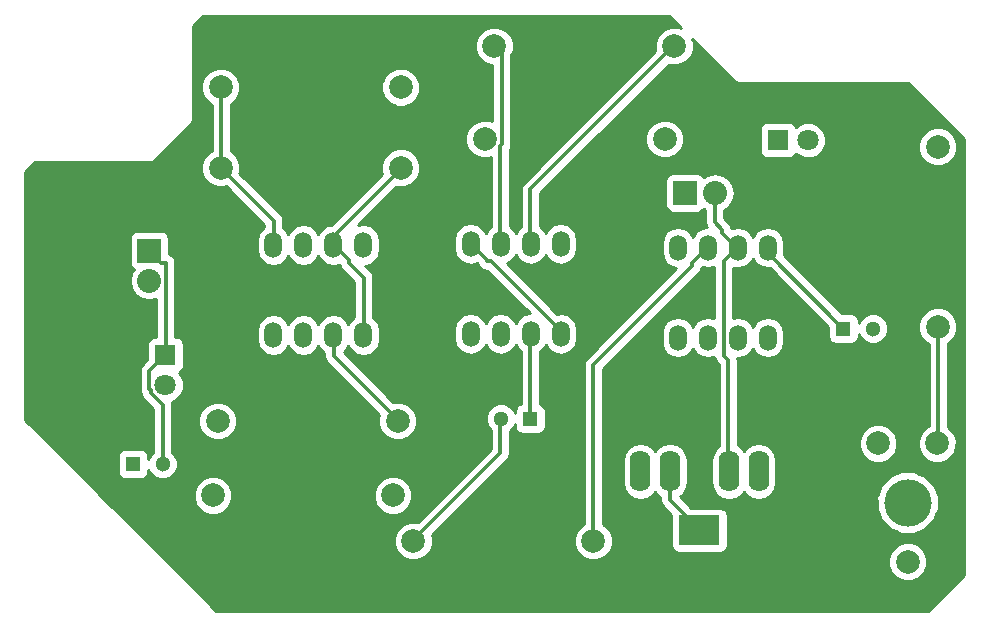
<source format=gbr>
G04 #@! TF.FileFunction,Copper,L1,Top,Signal*
%FSLAX46Y46*%
G04 Gerber Fmt 4.6, Leading zero omitted, Abs format (unit mm)*
G04 Created by KiCad (PCBNEW 4.0.7) date 06/25/18 20:53:05*
%MOMM*%
%LPD*%
G01*
G04 APERTURE LIST*
%ADD10C,0.100000*%
%ADD11R,1.300000X1.300000*%
%ADD12C,1.300000*%
%ADD13R,1.800000X1.800000*%
%ADD14C,1.800000*%
%ADD15R,2.032000X2.032000*%
%ADD16O,2.032000X2.032000*%
%ADD17R,3.500000X2.500000*%
%ADD18O,1.750000X3.500000*%
%ADD19C,1.998980*%
%ADD20C,4.000500*%
%ADD21O,1.501140X2.199640*%
%ADD22C,0.350000*%
%ADD23C,0.254000*%
G04 APERTURE END LIST*
D10*
D11*
X32918400Y-57302400D03*
D12*
X35418400Y-57302400D03*
D11*
X66548000Y-53441600D03*
D12*
X64048000Y-53441600D03*
D11*
X93065600Y-45821600D03*
D12*
X95565600Y-45821600D03*
D13*
X35661600Y-48056800D03*
D14*
X35661600Y-50596800D03*
D13*
X87528400Y-29870400D03*
D14*
X90068400Y-29870400D03*
D15*
X34290000Y-39217600D03*
D16*
X34290000Y-41757600D03*
D15*
X79654400Y-34340800D03*
D16*
X82194400Y-34340800D03*
D17*
X80873600Y-62911600D03*
D18*
X75873600Y-57905600D03*
X85873600Y-57905600D03*
X78373600Y-57905600D03*
X83373600Y-57905600D03*
D19*
X40335200Y-32207200D03*
X55575200Y-32207200D03*
X62687200Y-29768800D03*
X77927200Y-29768800D03*
X55321200Y-53644800D03*
X40081200Y-53644800D03*
X40335200Y-25400000D03*
X55575200Y-25400000D03*
X63500000Y-21894800D03*
X78740000Y-21894800D03*
X71882000Y-63804800D03*
X56642000Y-63804800D03*
X39674800Y-59944000D03*
X54914800Y-59944000D03*
X101041200Y-45669200D03*
X101041200Y-30429200D03*
X101000560Y-55552340D03*
X98501200Y-65554860D03*
X96001840Y-55552340D03*
D20*
X98501200Y-60553600D03*
D21*
X44805600Y-46380400D03*
X47345600Y-46380400D03*
X49885600Y-46380400D03*
X52425600Y-46380400D03*
X52425600Y-38760400D03*
X49885600Y-38760400D03*
X47345600Y-38760400D03*
X44805600Y-38760400D03*
X61489701Y-46266710D03*
X64029701Y-46266710D03*
X66569701Y-46266710D03*
X69109701Y-46266710D03*
X69109701Y-38646710D03*
X66569701Y-38646710D03*
X64029701Y-38646710D03*
X61489701Y-38646710D03*
X86664800Y-38963600D03*
X84124800Y-38963600D03*
X81584800Y-38963600D03*
X79044800Y-38963600D03*
X79044800Y-46583600D03*
X81584800Y-46583600D03*
X84124800Y-46583600D03*
X86664800Y-46583600D03*
D22*
X101000560Y-55552340D02*
X100965000Y-55499000D01*
X100965000Y-55499000D02*
X101092000Y-55372000D01*
X101092000Y-55372000D02*
X101092000Y-45720000D01*
X101092000Y-45720000D02*
X101041200Y-45669200D01*
X84124800Y-38963600D02*
X84074000Y-38989000D01*
X84074000Y-38989000D02*
X82931000Y-40132000D01*
X82931000Y-40132000D02*
X82931000Y-48133000D01*
X82931000Y-48133000D02*
X83312000Y-48514000D01*
X83312000Y-48514000D02*
X83312000Y-57912000D01*
X83312000Y-57912000D02*
X83373600Y-57905600D01*
X35661600Y-48056800D02*
X35687000Y-48006000D01*
X35687000Y-48006000D02*
X35687000Y-40259000D01*
X35687000Y-40259000D02*
X35306000Y-40259000D01*
X35306000Y-40259000D02*
X34290000Y-39243000D01*
X34290000Y-39243000D02*
X34290000Y-39217600D01*
X84124800Y-38963600D02*
X84074000Y-38989000D01*
X84074000Y-38989000D02*
X82804000Y-37719000D01*
X82804000Y-37719000D02*
X82804000Y-37465000D01*
X82804000Y-37465000D02*
X82169000Y-36830000D01*
X82169000Y-36830000D02*
X82169000Y-34290000D01*
X82169000Y-34290000D02*
X82194400Y-34340800D01*
X35661600Y-48056800D02*
X35687000Y-48006000D01*
X35687000Y-48006000D02*
X34290000Y-49403000D01*
X34290000Y-49403000D02*
X34290000Y-50927000D01*
X34290000Y-50927000D02*
X34417000Y-51054000D01*
X34417000Y-51054000D02*
X34417000Y-51308000D01*
X34417000Y-51308000D02*
X35433000Y-52324000D01*
X35433000Y-52324000D02*
X35433000Y-57277000D01*
X35433000Y-57277000D02*
X35418400Y-57302400D01*
X66548000Y-53441600D02*
X66548000Y-46228000D01*
X66548000Y-46228000D02*
X66569701Y-46266710D01*
X56642000Y-63804800D02*
X56642000Y-63754000D01*
X56642000Y-63754000D02*
X64008000Y-56388000D01*
X64008000Y-56388000D02*
X64008000Y-53467000D01*
X64008000Y-53467000D02*
X64048000Y-53441600D01*
X93065600Y-45821600D02*
X86614000Y-39370000D01*
X86614000Y-39370000D02*
X86614000Y-38989000D01*
X86614000Y-38989000D02*
X86664800Y-38963600D01*
X61489701Y-38646710D02*
X61468000Y-38608000D01*
X61468000Y-38608000D02*
X62865000Y-40005000D01*
X62865000Y-40005000D02*
X62865000Y-40132000D01*
X62865000Y-40132000D02*
X63246000Y-40132000D01*
X63246000Y-40132000D02*
X69088000Y-45974000D01*
X69088000Y-45974000D02*
X69088000Y-46228000D01*
X69088000Y-46228000D02*
X69109701Y-46266710D01*
X40335200Y-32207200D02*
X44831000Y-36703000D01*
X44831000Y-36703000D02*
X44831000Y-38735000D01*
X44831000Y-38735000D02*
X44805600Y-38760400D01*
X40335200Y-25400000D02*
X40386000Y-25400000D01*
X40386000Y-25400000D02*
X40386000Y-32258000D01*
X40386000Y-32258000D02*
X40335200Y-32207200D01*
X63500000Y-21894800D02*
X63500000Y-21844000D01*
X63500000Y-21844000D02*
X64135000Y-22479000D01*
X64135000Y-22479000D02*
X64135000Y-30226000D01*
X64135000Y-30226000D02*
X64008000Y-30353000D01*
X64008000Y-30353000D02*
X64008000Y-38608000D01*
X64008000Y-38608000D02*
X64029701Y-38646710D01*
X80873600Y-62911600D02*
X80899000Y-62865000D01*
X80899000Y-62865000D02*
X78359000Y-60325000D01*
X78359000Y-60325000D02*
X78359000Y-57912000D01*
X78359000Y-57912000D02*
X78373600Y-57905600D01*
X55575200Y-32207200D02*
X55499000Y-32385000D01*
X55499000Y-32385000D02*
X49911000Y-37973000D01*
X49911000Y-37973000D02*
X49911000Y-38735000D01*
X49911000Y-38735000D02*
X49885600Y-38760400D01*
X49885600Y-38760400D02*
X50038000Y-38862000D01*
X50038000Y-38862000D02*
X51181000Y-40005000D01*
X51181000Y-40005000D02*
X51181000Y-40259000D01*
X51181000Y-40259000D02*
X52451000Y-41529000D01*
X52451000Y-41529000D02*
X52451000Y-46355000D01*
X52451000Y-46355000D02*
X52425600Y-46380400D01*
X55321200Y-53644800D02*
X55245000Y-53467000D01*
X55245000Y-53467000D02*
X49911000Y-48133000D01*
X49911000Y-48133000D02*
X49911000Y-46355000D01*
X49911000Y-46355000D02*
X49885600Y-46380400D01*
X78740000Y-21894800D02*
X78740000Y-21844000D01*
X78740000Y-21844000D02*
X66548000Y-34036000D01*
X66548000Y-34036000D02*
X66548000Y-38608000D01*
X66548000Y-38608000D02*
X66569701Y-38646710D01*
X81584800Y-38963600D02*
X81534000Y-38989000D01*
X81534000Y-38989000D02*
X80264000Y-40259000D01*
X80264000Y-40259000D02*
X80264000Y-40513000D01*
X80264000Y-40513000D02*
X71882000Y-48895000D01*
X71882000Y-48895000D02*
X71882000Y-63804800D01*
D23*
G36*
X79295622Y-20355714D02*
X79066547Y-20260594D01*
X78416306Y-20260026D01*
X77815345Y-20508338D01*
X77355154Y-20967727D01*
X77105794Y-21568253D01*
X77105226Y-22218494D01*
X77138782Y-22299705D01*
X65975244Y-33463244D01*
X65799658Y-33726026D01*
X65738000Y-34036000D01*
X65738000Y-37184806D01*
X65589955Y-37283727D01*
X65299701Y-37718122D01*
X65009447Y-37283727D01*
X64818000Y-37155806D01*
X64818000Y-30633765D01*
X64883342Y-30535974D01*
X64945000Y-30226000D01*
X64945000Y-22677006D01*
X65134206Y-22221347D01*
X65134774Y-21571106D01*
X64886462Y-20970145D01*
X64427073Y-20509954D01*
X63826547Y-20260594D01*
X63176306Y-20260026D01*
X62575345Y-20508338D01*
X62115154Y-20967727D01*
X61865794Y-21568253D01*
X61865226Y-22218494D01*
X62113538Y-22819455D01*
X62572927Y-23279646D01*
X63173453Y-23529006D01*
X63325000Y-23529138D01*
X63325000Y-28263837D01*
X63013747Y-28134594D01*
X62363506Y-28134026D01*
X61762545Y-28382338D01*
X61302354Y-28841727D01*
X61052994Y-29442253D01*
X61052426Y-30092494D01*
X61300738Y-30693455D01*
X61760127Y-31153646D01*
X62360653Y-31403006D01*
X63010894Y-31403574D01*
X63198000Y-31326263D01*
X63198000Y-37184806D01*
X63049955Y-37283727D01*
X62759701Y-37718122D01*
X62469447Y-37283727D01*
X62019936Y-36983373D01*
X61489701Y-36877903D01*
X60959466Y-36983373D01*
X60509955Y-37283727D01*
X60209601Y-37733238D01*
X60104131Y-38263473D01*
X60104131Y-39029947D01*
X60209601Y-39560182D01*
X60509955Y-40009693D01*
X60959466Y-40310047D01*
X61489701Y-40415517D01*
X62019936Y-40310047D01*
X62022692Y-40308205D01*
X62106775Y-40392288D01*
X62116658Y-40441974D01*
X62292244Y-40704756D01*
X62555026Y-40880342D01*
X62865000Y-40942000D01*
X62910488Y-40942000D01*
X66483531Y-44515043D01*
X66039466Y-44603373D01*
X65589955Y-44903727D01*
X65299701Y-45338122D01*
X65009447Y-44903727D01*
X64559936Y-44603373D01*
X64029701Y-44497903D01*
X63499466Y-44603373D01*
X63049955Y-44903727D01*
X62759701Y-45338122D01*
X62469447Y-44903727D01*
X62019936Y-44603373D01*
X61489701Y-44497903D01*
X60959466Y-44603373D01*
X60509955Y-44903727D01*
X60209601Y-45353238D01*
X60104131Y-45883473D01*
X60104131Y-46649947D01*
X60209601Y-47180182D01*
X60509955Y-47629693D01*
X60959466Y-47930047D01*
X61489701Y-48035517D01*
X62019936Y-47930047D01*
X62469447Y-47629693D01*
X62759701Y-47195298D01*
X63049955Y-47629693D01*
X63499466Y-47930047D01*
X64029701Y-48035517D01*
X64559936Y-47930047D01*
X65009447Y-47629693D01*
X65299701Y-47195298D01*
X65589955Y-47629693D01*
X65738000Y-47728614D01*
X65738000Y-52174266D01*
X65662683Y-52188438D01*
X65446559Y-52327510D01*
X65301569Y-52539710D01*
X65250560Y-52791600D01*
X65250560Y-52987060D01*
X65138005Y-52714657D01*
X64776845Y-52352865D01*
X64304724Y-52156823D01*
X63793519Y-52156377D01*
X63321057Y-52351595D01*
X62959265Y-52712755D01*
X62763223Y-53184876D01*
X62762777Y-53696081D01*
X62957995Y-54168543D01*
X63198000Y-54408968D01*
X63198000Y-56052487D01*
X57047224Y-62203264D01*
X56968547Y-62170594D01*
X56318306Y-62170026D01*
X55717345Y-62418338D01*
X55257154Y-62877727D01*
X55007794Y-63478253D01*
X55007226Y-64128494D01*
X55255538Y-64729455D01*
X55714927Y-65189646D01*
X56315453Y-65439006D01*
X56965694Y-65439574D01*
X57566655Y-65191262D01*
X58026846Y-64731873D01*
X58276206Y-64131347D01*
X58276208Y-64128494D01*
X70247226Y-64128494D01*
X70495538Y-64729455D01*
X70954927Y-65189646D01*
X71555453Y-65439006D01*
X72205694Y-65439574D01*
X72806655Y-65191262D01*
X73266846Y-64731873D01*
X73516206Y-64131347D01*
X73516774Y-63481106D01*
X73268462Y-62880145D01*
X72809073Y-62419954D01*
X72692000Y-62371341D01*
X72692000Y-56983875D01*
X74363600Y-56983875D01*
X74363600Y-58827325D01*
X74478542Y-59405177D01*
X74805869Y-59895056D01*
X75295748Y-60222383D01*
X75873600Y-60337325D01*
X76451452Y-60222383D01*
X76941331Y-59895056D01*
X77123600Y-59622271D01*
X77305869Y-59895056D01*
X77549000Y-60057511D01*
X77549000Y-60325000D01*
X77610658Y-60634974D01*
X77766799Y-60868655D01*
X77786244Y-60897756D01*
X78488610Y-61600122D01*
X78476160Y-61661600D01*
X78476160Y-64161600D01*
X78520438Y-64396917D01*
X78659510Y-64613041D01*
X78871710Y-64758031D01*
X79123600Y-64809040D01*
X82623600Y-64809040D01*
X82858917Y-64764762D01*
X83075041Y-64625690D01*
X83220031Y-64413490D01*
X83271040Y-64161600D01*
X83271040Y-61661600D01*
X83226762Y-61426283D01*
X83087690Y-61210159D01*
X82875490Y-61065169D01*
X82623600Y-61014160D01*
X80193672Y-61014160D01*
X79221473Y-60041961D01*
X79441331Y-59895056D01*
X79768658Y-59405177D01*
X79883600Y-58827325D01*
X79883600Y-56983875D01*
X79768658Y-56406023D01*
X79441331Y-55916144D01*
X78951452Y-55588817D01*
X78373600Y-55473875D01*
X77795748Y-55588817D01*
X77305869Y-55916144D01*
X77123600Y-56188929D01*
X76941331Y-55916144D01*
X76451452Y-55588817D01*
X75873600Y-55473875D01*
X75295748Y-55588817D01*
X74805869Y-55916144D01*
X74478542Y-56406023D01*
X74363600Y-56983875D01*
X72692000Y-56983875D01*
X72692000Y-49230512D01*
X80836756Y-41085757D01*
X80973543Y-40881040D01*
X81012342Y-40822974D01*
X81051715Y-40625033D01*
X81054565Y-40626937D01*
X81584800Y-40732407D01*
X82115035Y-40626937D01*
X82121000Y-40622951D01*
X82121000Y-44924249D01*
X82115035Y-44920263D01*
X81584800Y-44814793D01*
X81054565Y-44920263D01*
X80605054Y-45220617D01*
X80393926Y-45536592D01*
X80353301Y-45586783D01*
X80347665Y-45605827D01*
X80314800Y-45655012D01*
X80281935Y-45605827D01*
X80276299Y-45586783D01*
X80235674Y-45536592D01*
X80024546Y-45220617D01*
X79575035Y-44920263D01*
X79044800Y-44814793D01*
X78514565Y-44920263D01*
X78065054Y-45220617D01*
X77853926Y-45536592D01*
X77813301Y-45586783D01*
X77807665Y-45605827D01*
X77764700Y-45670128D01*
X77715649Y-45916724D01*
X77659230Y-46107350D01*
X77659230Y-47059850D01*
X77715649Y-47250476D01*
X77764700Y-47497072D01*
X77807665Y-47561373D01*
X77813301Y-47580417D01*
X77853926Y-47630608D01*
X78065054Y-47946583D01*
X78514565Y-48246937D01*
X79044800Y-48352407D01*
X79575035Y-48246937D01*
X80024546Y-47946583D01*
X80235674Y-47630608D01*
X80276299Y-47580417D01*
X80281935Y-47561373D01*
X80314800Y-47512188D01*
X80347665Y-47561373D01*
X80353301Y-47580417D01*
X80393926Y-47630608D01*
X80605054Y-47946583D01*
X81054565Y-48246937D01*
X81584800Y-48352407D01*
X82115035Y-48246937D01*
X82140305Y-48230052D01*
X82182658Y-48442974D01*
X82282903Y-48593000D01*
X82358244Y-48705756D01*
X82502000Y-48849512D01*
X82502000Y-55785093D01*
X82305869Y-55916144D01*
X81978542Y-56406023D01*
X81863600Y-56983875D01*
X81863600Y-58827325D01*
X81978542Y-59405177D01*
X82305869Y-59895056D01*
X82795748Y-60222383D01*
X83373600Y-60337325D01*
X83951452Y-60222383D01*
X84441331Y-59895056D01*
X84623600Y-59622271D01*
X84805869Y-59895056D01*
X85295748Y-60222383D01*
X85873600Y-60337325D01*
X86451452Y-60222383D01*
X86708613Y-60050553D01*
X95861833Y-60050553D01*
X95865940Y-60563025D01*
X95865493Y-61075484D01*
X95870138Y-61086725D01*
X95870235Y-61098887D01*
X96255251Y-62028397D01*
X96260528Y-62031539D01*
X96265841Y-62044399D01*
X97006502Y-62786354D01*
X97022501Y-62792997D01*
X97026403Y-62799549D01*
X97501436Y-62991869D01*
X97974717Y-63188392D01*
X97986879Y-63188403D01*
X97998153Y-63192967D01*
X98510625Y-63188860D01*
X99023084Y-63189307D01*
X99034325Y-63184662D01*
X99046487Y-63184565D01*
X99975997Y-62799549D01*
X99979139Y-62794272D01*
X99991999Y-62788959D01*
X100733954Y-62048298D01*
X100740597Y-62032299D01*
X100747149Y-62028397D01*
X100939469Y-61553364D01*
X101135992Y-61080083D01*
X101136003Y-61067921D01*
X101140567Y-61056647D01*
X101136460Y-60544175D01*
X101136907Y-60031716D01*
X101132262Y-60020475D01*
X101132165Y-60008313D01*
X100747149Y-59078803D01*
X100741872Y-59075661D01*
X100736559Y-59062801D01*
X99995898Y-58320846D01*
X99979899Y-58314203D01*
X99975997Y-58307651D01*
X99500964Y-58115331D01*
X99027683Y-57918808D01*
X99015521Y-57918797D01*
X99004247Y-57914233D01*
X98491775Y-57918340D01*
X97979316Y-57917893D01*
X97968075Y-57922538D01*
X97955913Y-57922635D01*
X97026403Y-58307651D01*
X97023261Y-58312928D01*
X97010401Y-58318241D01*
X96268446Y-59058902D01*
X96261803Y-59074901D01*
X96255251Y-59078803D01*
X96062931Y-59553836D01*
X95866408Y-60027117D01*
X95866397Y-60039279D01*
X95861833Y-60050553D01*
X86708613Y-60050553D01*
X86941331Y-59895056D01*
X87268658Y-59405177D01*
X87383600Y-58827325D01*
X87383600Y-56983875D01*
X87268658Y-56406023D01*
X86941331Y-55916144D01*
X86881303Y-55876034D01*
X94367066Y-55876034D01*
X94615378Y-56476995D01*
X95074767Y-56937186D01*
X95675293Y-57186546D01*
X96325534Y-57187114D01*
X96926495Y-56938802D01*
X97386686Y-56479413D01*
X97636046Y-55878887D01*
X97636048Y-55876034D01*
X99365786Y-55876034D01*
X99614098Y-56476995D01*
X100073487Y-56937186D01*
X100674013Y-57186546D01*
X101324254Y-57187114D01*
X101925215Y-56938802D01*
X102385406Y-56479413D01*
X102634766Y-55878887D01*
X102635334Y-55228646D01*
X102387022Y-54627685D01*
X101927633Y-54167494D01*
X101902000Y-54156850D01*
X101902000Y-47082046D01*
X101965855Y-47055662D01*
X102426046Y-46596273D01*
X102675406Y-45995747D01*
X102675974Y-45345506D01*
X102427662Y-44744545D01*
X101968273Y-44284354D01*
X101367747Y-44034994D01*
X100717506Y-44034426D01*
X100116545Y-44282738D01*
X99656354Y-44742127D01*
X99406994Y-45342653D01*
X99406426Y-45992894D01*
X99654738Y-46593855D01*
X100114127Y-47054046D01*
X100282000Y-47123753D01*
X100282000Y-54080721D01*
X100075905Y-54165878D01*
X99615714Y-54625267D01*
X99366354Y-55225793D01*
X99365786Y-55876034D01*
X97636048Y-55876034D01*
X97636614Y-55228646D01*
X97388302Y-54627685D01*
X96928913Y-54167494D01*
X96328387Y-53918134D01*
X95678146Y-53917566D01*
X95077185Y-54165878D01*
X94616994Y-54625267D01*
X94367634Y-55225793D01*
X94367066Y-55876034D01*
X86881303Y-55876034D01*
X86451452Y-55588817D01*
X85873600Y-55473875D01*
X85295748Y-55588817D01*
X84805869Y-55916144D01*
X84623600Y-56188929D01*
X84441331Y-55916144D01*
X84122000Y-55702774D01*
X84122000Y-48514000D01*
X84088417Y-48345170D01*
X84124800Y-48352407D01*
X84655035Y-48246937D01*
X85104546Y-47946583D01*
X85315674Y-47630608D01*
X85356299Y-47580417D01*
X85361935Y-47561373D01*
X85394800Y-47512188D01*
X85685054Y-47946583D01*
X86134565Y-48246937D01*
X86664800Y-48352407D01*
X87195035Y-48246937D01*
X87644546Y-47946583D01*
X87944900Y-47497072D01*
X88050370Y-46966837D01*
X88050370Y-46200363D01*
X87944900Y-45670128D01*
X87644546Y-45220617D01*
X87195035Y-44920263D01*
X86664800Y-44814793D01*
X86134565Y-44920263D01*
X85685054Y-45220617D01*
X85394800Y-45655012D01*
X85361935Y-45605827D01*
X85356299Y-45586783D01*
X85315674Y-45536592D01*
X85104546Y-45220617D01*
X84655035Y-44920263D01*
X84124800Y-44814793D01*
X83741000Y-44891135D01*
X83741000Y-40656065D01*
X84124800Y-40732407D01*
X84655035Y-40626937D01*
X85104546Y-40326583D01*
X85394800Y-39892188D01*
X85685054Y-40326583D01*
X86134565Y-40626937D01*
X86664800Y-40732407D01*
X86803338Y-40704850D01*
X91768160Y-45669673D01*
X91768160Y-46471600D01*
X91812438Y-46706917D01*
X91951510Y-46923041D01*
X92163710Y-47068031D01*
X92415600Y-47119040D01*
X93715600Y-47119040D01*
X93950917Y-47074762D01*
X94167041Y-46935690D01*
X94312031Y-46723490D01*
X94363040Y-46471600D01*
X94363040Y-46276140D01*
X94475595Y-46548543D01*
X94836755Y-46910335D01*
X95308876Y-47106377D01*
X95820081Y-47106823D01*
X96292543Y-46911605D01*
X96654335Y-46550445D01*
X96850377Y-46078324D01*
X96850823Y-45567119D01*
X96655605Y-45094657D01*
X96294445Y-44732865D01*
X95822324Y-44536823D01*
X95311119Y-44536377D01*
X94838657Y-44731595D01*
X94476865Y-45092755D01*
X94363040Y-45366876D01*
X94363040Y-45171600D01*
X94318762Y-44936283D01*
X94179690Y-44720159D01*
X93967490Y-44575169D01*
X93715600Y-44524160D01*
X92913673Y-44524160D01*
X87998271Y-39608759D01*
X88050370Y-39346837D01*
X88050370Y-38580363D01*
X87944900Y-38050128D01*
X87644546Y-37600617D01*
X87195035Y-37300263D01*
X86664800Y-37194793D01*
X86134565Y-37300263D01*
X85685054Y-37600617D01*
X85394800Y-38035012D01*
X85104546Y-37600617D01*
X84655035Y-37300263D01*
X84124800Y-37194793D01*
X83594565Y-37300263D01*
X83582796Y-37308127D01*
X83552343Y-37155027D01*
X83376757Y-36892244D01*
X82979000Y-36494488D01*
X82979000Y-35785646D01*
X83394178Y-35508233D01*
X83752070Y-34972610D01*
X83877745Y-34340800D01*
X83752070Y-33708990D01*
X83394178Y-33173367D01*
X82858555Y-32815475D01*
X82226745Y-32689800D01*
X82162055Y-32689800D01*
X81530245Y-32815475D01*
X81227438Y-33017804D01*
X81134490Y-32873359D01*
X80922290Y-32728369D01*
X80670400Y-32677360D01*
X78638400Y-32677360D01*
X78403083Y-32721638D01*
X78186959Y-32860710D01*
X78041969Y-33072910D01*
X77990960Y-33324800D01*
X77990960Y-35356800D01*
X78035238Y-35592117D01*
X78174310Y-35808241D01*
X78386510Y-35953231D01*
X78638400Y-36004240D01*
X80670400Y-36004240D01*
X80905717Y-35959962D01*
X81121841Y-35820890D01*
X81228633Y-35664594D01*
X81359000Y-35751703D01*
X81359000Y-36830000D01*
X81420658Y-37139974D01*
X81472246Y-37217181D01*
X81054565Y-37300263D01*
X80605054Y-37600617D01*
X80314800Y-38035012D01*
X80024546Y-37600617D01*
X79575035Y-37300263D01*
X79044800Y-37194793D01*
X78514565Y-37300263D01*
X78065054Y-37600617D01*
X77764700Y-38050128D01*
X77659230Y-38580363D01*
X77659230Y-39346837D01*
X77764700Y-39877072D01*
X78065054Y-40326583D01*
X78514565Y-40626937D01*
X78923257Y-40708231D01*
X71309244Y-48322244D01*
X71133658Y-48585026D01*
X71072000Y-48895000D01*
X71072000Y-62370964D01*
X70957345Y-62418338D01*
X70497154Y-62877727D01*
X70247794Y-63478253D01*
X70247226Y-64128494D01*
X58276208Y-64128494D01*
X58276774Y-63481106D01*
X58213512Y-63328000D01*
X64580756Y-56960757D01*
X64668549Y-56829365D01*
X64756342Y-56697974D01*
X64818000Y-56388000D01*
X64818000Y-54488623D01*
X65136735Y-54170445D01*
X65250560Y-53896324D01*
X65250560Y-54091600D01*
X65294838Y-54326917D01*
X65433910Y-54543041D01*
X65646110Y-54688031D01*
X65898000Y-54739040D01*
X67198000Y-54739040D01*
X67433317Y-54694762D01*
X67649441Y-54555690D01*
X67794431Y-54343490D01*
X67845440Y-54091600D01*
X67845440Y-52791600D01*
X67801162Y-52556283D01*
X67662090Y-52340159D01*
X67449890Y-52195169D01*
X67358000Y-52176561D01*
X67358000Y-47757614D01*
X67549447Y-47629693D01*
X67839701Y-47195298D01*
X68129955Y-47629693D01*
X68579466Y-47930047D01*
X69109701Y-48035517D01*
X69639936Y-47930047D01*
X70089447Y-47629693D01*
X70389801Y-47180182D01*
X70495271Y-46649947D01*
X70495271Y-45883473D01*
X70389801Y-45353238D01*
X70089447Y-44903727D01*
X69639936Y-44603373D01*
X69109701Y-44497903D01*
X68815864Y-44556351D01*
X64565705Y-40306193D01*
X65009447Y-40009693D01*
X65299701Y-39575298D01*
X65589955Y-40009693D01*
X66039466Y-40310047D01*
X66569701Y-40415517D01*
X67099936Y-40310047D01*
X67549447Y-40009693D01*
X67839701Y-39575298D01*
X67872566Y-39624483D01*
X67878202Y-39643527D01*
X67918827Y-39693718D01*
X68129955Y-40009693D01*
X68579466Y-40310047D01*
X69109701Y-40415517D01*
X69639936Y-40310047D01*
X70089447Y-40009693D01*
X70300575Y-39693718D01*
X70341200Y-39643527D01*
X70346836Y-39624483D01*
X70389801Y-39560182D01*
X70438852Y-39313586D01*
X70495271Y-39122960D01*
X70495271Y-38170460D01*
X70438852Y-37979834D01*
X70389801Y-37733238D01*
X70346836Y-37668937D01*
X70341200Y-37649893D01*
X70300575Y-37599702D01*
X70089447Y-37283727D01*
X69639936Y-36983373D01*
X69109701Y-36877903D01*
X68579466Y-36983373D01*
X68129955Y-37283727D01*
X67918827Y-37599702D01*
X67878202Y-37649893D01*
X67872566Y-37668937D01*
X67839701Y-37718122D01*
X67549447Y-37283727D01*
X67358000Y-37155806D01*
X67358000Y-34371512D01*
X71637018Y-30092494D01*
X76292426Y-30092494D01*
X76540738Y-30693455D01*
X77000127Y-31153646D01*
X77600653Y-31403006D01*
X78250894Y-31403574D01*
X78851855Y-31155262D01*
X79312046Y-30695873D01*
X79561406Y-30095347D01*
X79561974Y-29445106D01*
X79365830Y-28970400D01*
X85980960Y-28970400D01*
X85980960Y-30770400D01*
X86025238Y-31005717D01*
X86164310Y-31221841D01*
X86376510Y-31366831D01*
X86628400Y-31417840D01*
X88428400Y-31417840D01*
X88663717Y-31373562D01*
X88879841Y-31234490D01*
X89024831Y-31022290D01*
X89028967Y-31001866D01*
X89197757Y-31170951D01*
X89761730Y-31405133D01*
X90372391Y-31405665D01*
X90936771Y-31172468D01*
X91357079Y-30752894D01*
X99406426Y-30752894D01*
X99654738Y-31353855D01*
X100114127Y-31814046D01*
X100714653Y-32063406D01*
X101364894Y-32063974D01*
X101965855Y-31815662D01*
X102426046Y-31356273D01*
X102675406Y-30755747D01*
X102675974Y-30105506D01*
X102427662Y-29504545D01*
X101968273Y-29044354D01*
X101367747Y-28794994D01*
X100717506Y-28794426D01*
X100116545Y-29042738D01*
X99656354Y-29502127D01*
X99406994Y-30102653D01*
X99406426Y-30752894D01*
X91357079Y-30752894D01*
X91368951Y-30741043D01*
X91603133Y-30177070D01*
X91603665Y-29566409D01*
X91370468Y-29002029D01*
X90939043Y-28569849D01*
X90375070Y-28335667D01*
X89764409Y-28335135D01*
X89200029Y-28568332D01*
X89031787Y-28736280D01*
X89031562Y-28735083D01*
X88892490Y-28518959D01*
X88680290Y-28373969D01*
X88428400Y-28322960D01*
X86628400Y-28322960D01*
X86393083Y-28367238D01*
X86176959Y-28506310D01*
X86031969Y-28718510D01*
X85980960Y-28970400D01*
X79365830Y-28970400D01*
X79313662Y-28844145D01*
X78854273Y-28383954D01*
X78253747Y-28134594D01*
X77603506Y-28134026D01*
X77002545Y-28382338D01*
X76542354Y-28841727D01*
X76292994Y-29442253D01*
X76292426Y-30092494D01*
X71637018Y-30092494D01*
X78262986Y-23466527D01*
X78413453Y-23529006D01*
X79063694Y-23529574D01*
X79664655Y-23281262D01*
X80124846Y-22821873D01*
X80374206Y-22221347D01*
X80374774Y-21571106D01*
X80278843Y-21338935D01*
X83724354Y-24784446D01*
X83954695Y-24938354D01*
X84226400Y-24992400D01*
X98511908Y-24992400D01*
X103277600Y-29758092D01*
X103277600Y-66660308D01*
X100239108Y-69698800D01*
X39918092Y-69698800D01*
X36097846Y-65878554D01*
X96866426Y-65878554D01*
X97114738Y-66479515D01*
X97574127Y-66939706D01*
X98174653Y-67189066D01*
X98824894Y-67189634D01*
X99425855Y-66941322D01*
X99886046Y-66481933D01*
X100135406Y-65881407D01*
X100135974Y-65231166D01*
X99887662Y-64630205D01*
X99428273Y-64170014D01*
X98827747Y-63920654D01*
X98177506Y-63920086D01*
X97576545Y-64168398D01*
X97116354Y-64627787D01*
X96866994Y-65228313D01*
X96866426Y-65878554D01*
X36097846Y-65878554D01*
X30486986Y-60267694D01*
X38040026Y-60267694D01*
X38288338Y-60868655D01*
X38747727Y-61328846D01*
X39348253Y-61578206D01*
X39998494Y-61578774D01*
X40599455Y-61330462D01*
X41059646Y-60871073D01*
X41309006Y-60270547D01*
X41309008Y-60267694D01*
X53280026Y-60267694D01*
X53528338Y-60868655D01*
X53987727Y-61328846D01*
X54588253Y-61578206D01*
X55238494Y-61578774D01*
X55839455Y-61330462D01*
X56299646Y-60871073D01*
X56549006Y-60270547D01*
X56549574Y-59620306D01*
X56301262Y-59019345D01*
X55841873Y-58559154D01*
X55241347Y-58309794D01*
X54591106Y-58309226D01*
X53990145Y-58557538D01*
X53529954Y-59016927D01*
X53280594Y-59617453D01*
X53280026Y-60267694D01*
X41309008Y-60267694D01*
X41309574Y-59620306D01*
X41061262Y-59019345D01*
X40601873Y-58559154D01*
X40001347Y-58309794D01*
X39351106Y-58309226D01*
X38750145Y-58557538D01*
X38289954Y-59016927D01*
X38040594Y-59617453D01*
X38040026Y-60267694D01*
X30486986Y-60267694D01*
X26871692Y-56652400D01*
X31620960Y-56652400D01*
X31620960Y-57952400D01*
X31665238Y-58187717D01*
X31804310Y-58403841D01*
X32016510Y-58548831D01*
X32268400Y-58599840D01*
X33568400Y-58599840D01*
X33803717Y-58555562D01*
X34019841Y-58416490D01*
X34164831Y-58204290D01*
X34215840Y-57952400D01*
X34215840Y-57756940D01*
X34328395Y-58029343D01*
X34689555Y-58391135D01*
X35161676Y-58587177D01*
X35672881Y-58587623D01*
X36145343Y-58392405D01*
X36507135Y-58031245D01*
X36703177Y-57559124D01*
X36703623Y-57047919D01*
X36508405Y-56575457D01*
X36243000Y-56309588D01*
X36243000Y-53968494D01*
X38446426Y-53968494D01*
X38694738Y-54569455D01*
X39154127Y-55029646D01*
X39754653Y-55279006D01*
X40404894Y-55279574D01*
X41005855Y-55031262D01*
X41466046Y-54571873D01*
X41715406Y-53971347D01*
X41715974Y-53321106D01*
X41467662Y-52720145D01*
X41008273Y-52259954D01*
X40407747Y-52010594D01*
X39757506Y-52010026D01*
X39156545Y-52258338D01*
X38696354Y-52717727D01*
X38446994Y-53318253D01*
X38446426Y-53968494D01*
X36243000Y-53968494D01*
X36243000Y-52324000D01*
X36186653Y-52040724D01*
X36529971Y-51898868D01*
X36962151Y-51467443D01*
X37196333Y-50903470D01*
X37196865Y-50292809D01*
X36963668Y-49728429D01*
X36795720Y-49560187D01*
X36796917Y-49559962D01*
X37013041Y-49420890D01*
X37158031Y-49208690D01*
X37209040Y-48956800D01*
X37209040Y-47156800D01*
X37164762Y-46921483D01*
X37025690Y-46705359D01*
X36813490Y-46560369D01*
X36561600Y-46509360D01*
X36497000Y-46509360D01*
X36497000Y-40259000D01*
X36435342Y-39949026D01*
X36259756Y-39686244D01*
X35996974Y-39510658D01*
X35953440Y-39501999D01*
X35953440Y-38201600D01*
X35909162Y-37966283D01*
X35770090Y-37750159D01*
X35557890Y-37605169D01*
X35306000Y-37554160D01*
X33274000Y-37554160D01*
X33038683Y-37598438D01*
X32822559Y-37737510D01*
X32677569Y-37949710D01*
X32626560Y-38201600D01*
X32626560Y-40233600D01*
X32670838Y-40468917D01*
X32809910Y-40685041D01*
X32966206Y-40791833D01*
X32764675Y-41093445D01*
X32639000Y-41725255D01*
X32639000Y-41789945D01*
X32764675Y-42421755D01*
X33122567Y-42957378D01*
X33658190Y-43315270D01*
X34290000Y-43440945D01*
X34877000Y-43324183D01*
X34877000Y-46509360D01*
X34761600Y-46509360D01*
X34526283Y-46553638D01*
X34310159Y-46692710D01*
X34165169Y-46904910D01*
X34114160Y-47156800D01*
X34114160Y-48433328D01*
X33717244Y-48830244D01*
X33541658Y-49093026D01*
X33480000Y-49403000D01*
X33480000Y-50927000D01*
X33541658Y-51236974D01*
X33614581Y-51346110D01*
X33668658Y-51617974D01*
X33748189Y-51737000D01*
X33844244Y-51880756D01*
X34623000Y-52659513D01*
X34623000Y-56280732D01*
X34329665Y-56573555D01*
X34215840Y-56847676D01*
X34215840Y-56652400D01*
X34171562Y-56417083D01*
X34032490Y-56200959D01*
X33820290Y-56055969D01*
X33568400Y-56004960D01*
X32268400Y-56004960D01*
X32033083Y-56049238D01*
X31816959Y-56188310D01*
X31671969Y-56400510D01*
X31620960Y-56652400D01*
X26871692Y-56652400D01*
X23773200Y-53553908D01*
X23773200Y-32552092D01*
X24576492Y-31748800D01*
X34290000Y-31748800D01*
X34561705Y-31694754D01*
X34792046Y-31540846D01*
X37789246Y-28543646D01*
X37943154Y-28313305D01*
X37997200Y-28041600D01*
X37997200Y-25723694D01*
X38700426Y-25723694D01*
X38948738Y-26324655D01*
X39408127Y-26784846D01*
X39576000Y-26854553D01*
X39576000Y-30752373D01*
X39410545Y-30820738D01*
X38950354Y-31280127D01*
X38700994Y-31880653D01*
X38700426Y-32530894D01*
X38948738Y-33131855D01*
X39408127Y-33592046D01*
X40008653Y-33841406D01*
X40658894Y-33841974D01*
X40776053Y-33793565D01*
X44021000Y-37038513D01*
X44021000Y-37267024D01*
X43825854Y-37397417D01*
X43525500Y-37846928D01*
X43420030Y-38377163D01*
X43420030Y-39143637D01*
X43525500Y-39673872D01*
X43825854Y-40123383D01*
X44275365Y-40423737D01*
X44805600Y-40529207D01*
X45335835Y-40423737D01*
X45785346Y-40123383D01*
X46075600Y-39688988D01*
X46365854Y-40123383D01*
X46815365Y-40423737D01*
X47345600Y-40529207D01*
X47875835Y-40423737D01*
X48325346Y-40123383D01*
X48615600Y-39688988D01*
X48905854Y-40123383D01*
X49355365Y-40423737D01*
X49885600Y-40529207D01*
X50404228Y-40426046D01*
X50432658Y-40568974D01*
X50471388Y-40626937D01*
X50608244Y-40831756D01*
X51641000Y-41864513D01*
X51641000Y-44887024D01*
X51445854Y-45017417D01*
X51155600Y-45451812D01*
X50865346Y-45017417D01*
X50415835Y-44717063D01*
X49885600Y-44611593D01*
X49355365Y-44717063D01*
X48905854Y-45017417D01*
X48615600Y-45451812D01*
X48325346Y-45017417D01*
X47875835Y-44717063D01*
X47345600Y-44611593D01*
X46815365Y-44717063D01*
X46365854Y-45017417D01*
X46075600Y-45451812D01*
X45785346Y-45017417D01*
X45335835Y-44717063D01*
X44805600Y-44611593D01*
X44275365Y-44717063D01*
X43825854Y-45017417D01*
X43525500Y-45466928D01*
X43420030Y-45997163D01*
X43420030Y-46763637D01*
X43525500Y-47293872D01*
X43825854Y-47743383D01*
X44275365Y-48043737D01*
X44805600Y-48149207D01*
X45335835Y-48043737D01*
X45785346Y-47743383D01*
X46075600Y-47308988D01*
X46365854Y-47743383D01*
X46815365Y-48043737D01*
X47345600Y-48149207D01*
X47875835Y-48043737D01*
X48325346Y-47743383D01*
X48615600Y-47308988D01*
X48905854Y-47743383D01*
X49101000Y-47873776D01*
X49101000Y-48133000D01*
X49162658Y-48442974D01*
X49262903Y-48593000D01*
X49338244Y-48705756D01*
X53764378Y-53131891D01*
X53686994Y-53318253D01*
X53686426Y-53968494D01*
X53934738Y-54569455D01*
X54394127Y-55029646D01*
X54994653Y-55279006D01*
X55644894Y-55279574D01*
X56245855Y-55031262D01*
X56706046Y-54571873D01*
X56955406Y-53971347D01*
X56955974Y-53321106D01*
X56707662Y-52720145D01*
X56248273Y-52259954D01*
X55647747Y-52010594D01*
X54997506Y-52010026D01*
X54952242Y-52028729D01*
X50746383Y-47822871D01*
X50865346Y-47743383D01*
X51155600Y-47308988D01*
X51445854Y-47743383D01*
X51895365Y-48043737D01*
X52425600Y-48149207D01*
X52955835Y-48043737D01*
X53405346Y-47743383D01*
X53705700Y-47293872D01*
X53811170Y-46763637D01*
X53811170Y-45997163D01*
X53705700Y-45466928D01*
X53405346Y-45017417D01*
X53261000Y-44920968D01*
X53261000Y-41529000D01*
X53199342Y-41219026D01*
X53110293Y-41085756D01*
X53023756Y-40956243D01*
X52568329Y-40500816D01*
X52955835Y-40423737D01*
X53405346Y-40123383D01*
X53616474Y-39807408D01*
X53657099Y-39757217D01*
X53662735Y-39738173D01*
X53705700Y-39673872D01*
X53754751Y-39427276D01*
X53811170Y-39236650D01*
X53811170Y-38284150D01*
X53754751Y-38093524D01*
X53705700Y-37846928D01*
X53662735Y-37782627D01*
X53657099Y-37763583D01*
X53616474Y-37713392D01*
X53405346Y-37397417D01*
X52955835Y-37097063D01*
X52425600Y-36991593D01*
X51941657Y-37087855D01*
X55205871Y-33823642D01*
X55248653Y-33841406D01*
X55898894Y-33841974D01*
X56499855Y-33593662D01*
X56960046Y-33134273D01*
X57209406Y-32533747D01*
X57209974Y-31883506D01*
X56961662Y-31282545D01*
X56502273Y-30822354D01*
X55901747Y-30572994D01*
X55251506Y-30572426D01*
X54650545Y-30820738D01*
X54190354Y-31280127D01*
X53940994Y-31880653D01*
X53940426Y-32530894D01*
X54018541Y-32719946D01*
X49712454Y-37026034D01*
X49355365Y-37097063D01*
X48905854Y-37397417D01*
X48615600Y-37831812D01*
X48325346Y-37397417D01*
X47875835Y-37097063D01*
X47345600Y-36991593D01*
X46815365Y-37097063D01*
X46365854Y-37397417D01*
X46075600Y-37831812D01*
X45785346Y-37397417D01*
X45641000Y-37300968D01*
X45641000Y-36703000D01*
X45579342Y-36393026D01*
X45488615Y-36257244D01*
X45403756Y-36130243D01*
X41921831Y-32648319D01*
X41969406Y-32533747D01*
X41969974Y-31883506D01*
X41721662Y-31282545D01*
X41262273Y-30822354D01*
X41196000Y-30794835D01*
X41196000Y-26812846D01*
X41259855Y-26786462D01*
X41720046Y-26327073D01*
X41969406Y-25726547D01*
X41969922Y-25135582D01*
X53929799Y-25135582D01*
X53940683Y-25429528D01*
X53940426Y-25723694D01*
X53952672Y-25753333D01*
X53953859Y-25785377D01*
X54156235Y-26273958D01*
X54169873Y-26278998D01*
X54188738Y-26324655D01*
X54648127Y-26784846D01*
X54695976Y-26804714D01*
X54701242Y-26818965D01*
X54976989Y-26921401D01*
X55248653Y-27034206D01*
X55280722Y-27034234D01*
X55310782Y-27045401D01*
X55604728Y-27034517D01*
X55898894Y-27034774D01*
X55928533Y-27022528D01*
X55960577Y-27021341D01*
X56449158Y-26818965D01*
X56454198Y-26805327D01*
X56499855Y-26786462D01*
X56960046Y-26327073D01*
X56979914Y-26279224D01*
X56994165Y-26273958D01*
X57096601Y-25998211D01*
X57209406Y-25726547D01*
X57209434Y-25694478D01*
X57220601Y-25664418D01*
X57209717Y-25370472D01*
X57209974Y-25076306D01*
X57197728Y-25046667D01*
X57196541Y-25014623D01*
X56994165Y-24526042D01*
X56980527Y-24521002D01*
X56961662Y-24475345D01*
X56502273Y-24015154D01*
X56454424Y-23995286D01*
X56449158Y-23981035D01*
X56173411Y-23878599D01*
X55901747Y-23765794D01*
X55869678Y-23765766D01*
X55839618Y-23754599D01*
X55545672Y-23765483D01*
X55251506Y-23765226D01*
X55221867Y-23777472D01*
X55189823Y-23778659D01*
X54701242Y-23981035D01*
X54696202Y-23994673D01*
X54650545Y-24013538D01*
X54190354Y-24472927D01*
X54170486Y-24520776D01*
X54156235Y-24526042D01*
X54053799Y-24801789D01*
X53940994Y-25073453D01*
X53940966Y-25105522D01*
X53929799Y-25135582D01*
X41969922Y-25135582D01*
X41969974Y-25076306D01*
X41721662Y-24475345D01*
X41262273Y-24015154D01*
X40661747Y-23765794D01*
X40011506Y-23765226D01*
X39410545Y-24013538D01*
X38950354Y-24472927D01*
X38700994Y-25073453D01*
X38700426Y-25723694D01*
X37997200Y-25723694D01*
X37997200Y-20207692D01*
X38851292Y-19353600D01*
X78293508Y-19353600D01*
X79295622Y-20355714D01*
X79295622Y-20355714D01*
G37*
X79295622Y-20355714D02*
X79066547Y-20260594D01*
X78416306Y-20260026D01*
X77815345Y-20508338D01*
X77355154Y-20967727D01*
X77105794Y-21568253D01*
X77105226Y-22218494D01*
X77138782Y-22299705D01*
X65975244Y-33463244D01*
X65799658Y-33726026D01*
X65738000Y-34036000D01*
X65738000Y-37184806D01*
X65589955Y-37283727D01*
X65299701Y-37718122D01*
X65009447Y-37283727D01*
X64818000Y-37155806D01*
X64818000Y-30633765D01*
X64883342Y-30535974D01*
X64945000Y-30226000D01*
X64945000Y-22677006D01*
X65134206Y-22221347D01*
X65134774Y-21571106D01*
X64886462Y-20970145D01*
X64427073Y-20509954D01*
X63826547Y-20260594D01*
X63176306Y-20260026D01*
X62575345Y-20508338D01*
X62115154Y-20967727D01*
X61865794Y-21568253D01*
X61865226Y-22218494D01*
X62113538Y-22819455D01*
X62572927Y-23279646D01*
X63173453Y-23529006D01*
X63325000Y-23529138D01*
X63325000Y-28263837D01*
X63013747Y-28134594D01*
X62363506Y-28134026D01*
X61762545Y-28382338D01*
X61302354Y-28841727D01*
X61052994Y-29442253D01*
X61052426Y-30092494D01*
X61300738Y-30693455D01*
X61760127Y-31153646D01*
X62360653Y-31403006D01*
X63010894Y-31403574D01*
X63198000Y-31326263D01*
X63198000Y-37184806D01*
X63049955Y-37283727D01*
X62759701Y-37718122D01*
X62469447Y-37283727D01*
X62019936Y-36983373D01*
X61489701Y-36877903D01*
X60959466Y-36983373D01*
X60509955Y-37283727D01*
X60209601Y-37733238D01*
X60104131Y-38263473D01*
X60104131Y-39029947D01*
X60209601Y-39560182D01*
X60509955Y-40009693D01*
X60959466Y-40310047D01*
X61489701Y-40415517D01*
X62019936Y-40310047D01*
X62022692Y-40308205D01*
X62106775Y-40392288D01*
X62116658Y-40441974D01*
X62292244Y-40704756D01*
X62555026Y-40880342D01*
X62865000Y-40942000D01*
X62910488Y-40942000D01*
X66483531Y-44515043D01*
X66039466Y-44603373D01*
X65589955Y-44903727D01*
X65299701Y-45338122D01*
X65009447Y-44903727D01*
X64559936Y-44603373D01*
X64029701Y-44497903D01*
X63499466Y-44603373D01*
X63049955Y-44903727D01*
X62759701Y-45338122D01*
X62469447Y-44903727D01*
X62019936Y-44603373D01*
X61489701Y-44497903D01*
X60959466Y-44603373D01*
X60509955Y-44903727D01*
X60209601Y-45353238D01*
X60104131Y-45883473D01*
X60104131Y-46649947D01*
X60209601Y-47180182D01*
X60509955Y-47629693D01*
X60959466Y-47930047D01*
X61489701Y-48035517D01*
X62019936Y-47930047D01*
X62469447Y-47629693D01*
X62759701Y-47195298D01*
X63049955Y-47629693D01*
X63499466Y-47930047D01*
X64029701Y-48035517D01*
X64559936Y-47930047D01*
X65009447Y-47629693D01*
X65299701Y-47195298D01*
X65589955Y-47629693D01*
X65738000Y-47728614D01*
X65738000Y-52174266D01*
X65662683Y-52188438D01*
X65446559Y-52327510D01*
X65301569Y-52539710D01*
X65250560Y-52791600D01*
X65250560Y-52987060D01*
X65138005Y-52714657D01*
X64776845Y-52352865D01*
X64304724Y-52156823D01*
X63793519Y-52156377D01*
X63321057Y-52351595D01*
X62959265Y-52712755D01*
X62763223Y-53184876D01*
X62762777Y-53696081D01*
X62957995Y-54168543D01*
X63198000Y-54408968D01*
X63198000Y-56052487D01*
X57047224Y-62203264D01*
X56968547Y-62170594D01*
X56318306Y-62170026D01*
X55717345Y-62418338D01*
X55257154Y-62877727D01*
X55007794Y-63478253D01*
X55007226Y-64128494D01*
X55255538Y-64729455D01*
X55714927Y-65189646D01*
X56315453Y-65439006D01*
X56965694Y-65439574D01*
X57566655Y-65191262D01*
X58026846Y-64731873D01*
X58276206Y-64131347D01*
X58276208Y-64128494D01*
X70247226Y-64128494D01*
X70495538Y-64729455D01*
X70954927Y-65189646D01*
X71555453Y-65439006D01*
X72205694Y-65439574D01*
X72806655Y-65191262D01*
X73266846Y-64731873D01*
X73516206Y-64131347D01*
X73516774Y-63481106D01*
X73268462Y-62880145D01*
X72809073Y-62419954D01*
X72692000Y-62371341D01*
X72692000Y-56983875D01*
X74363600Y-56983875D01*
X74363600Y-58827325D01*
X74478542Y-59405177D01*
X74805869Y-59895056D01*
X75295748Y-60222383D01*
X75873600Y-60337325D01*
X76451452Y-60222383D01*
X76941331Y-59895056D01*
X77123600Y-59622271D01*
X77305869Y-59895056D01*
X77549000Y-60057511D01*
X77549000Y-60325000D01*
X77610658Y-60634974D01*
X77766799Y-60868655D01*
X77786244Y-60897756D01*
X78488610Y-61600122D01*
X78476160Y-61661600D01*
X78476160Y-64161600D01*
X78520438Y-64396917D01*
X78659510Y-64613041D01*
X78871710Y-64758031D01*
X79123600Y-64809040D01*
X82623600Y-64809040D01*
X82858917Y-64764762D01*
X83075041Y-64625690D01*
X83220031Y-64413490D01*
X83271040Y-64161600D01*
X83271040Y-61661600D01*
X83226762Y-61426283D01*
X83087690Y-61210159D01*
X82875490Y-61065169D01*
X82623600Y-61014160D01*
X80193672Y-61014160D01*
X79221473Y-60041961D01*
X79441331Y-59895056D01*
X79768658Y-59405177D01*
X79883600Y-58827325D01*
X79883600Y-56983875D01*
X79768658Y-56406023D01*
X79441331Y-55916144D01*
X78951452Y-55588817D01*
X78373600Y-55473875D01*
X77795748Y-55588817D01*
X77305869Y-55916144D01*
X77123600Y-56188929D01*
X76941331Y-55916144D01*
X76451452Y-55588817D01*
X75873600Y-55473875D01*
X75295748Y-55588817D01*
X74805869Y-55916144D01*
X74478542Y-56406023D01*
X74363600Y-56983875D01*
X72692000Y-56983875D01*
X72692000Y-49230512D01*
X80836756Y-41085757D01*
X80973543Y-40881040D01*
X81012342Y-40822974D01*
X81051715Y-40625033D01*
X81054565Y-40626937D01*
X81584800Y-40732407D01*
X82115035Y-40626937D01*
X82121000Y-40622951D01*
X82121000Y-44924249D01*
X82115035Y-44920263D01*
X81584800Y-44814793D01*
X81054565Y-44920263D01*
X80605054Y-45220617D01*
X80393926Y-45536592D01*
X80353301Y-45586783D01*
X80347665Y-45605827D01*
X80314800Y-45655012D01*
X80281935Y-45605827D01*
X80276299Y-45586783D01*
X80235674Y-45536592D01*
X80024546Y-45220617D01*
X79575035Y-44920263D01*
X79044800Y-44814793D01*
X78514565Y-44920263D01*
X78065054Y-45220617D01*
X77853926Y-45536592D01*
X77813301Y-45586783D01*
X77807665Y-45605827D01*
X77764700Y-45670128D01*
X77715649Y-45916724D01*
X77659230Y-46107350D01*
X77659230Y-47059850D01*
X77715649Y-47250476D01*
X77764700Y-47497072D01*
X77807665Y-47561373D01*
X77813301Y-47580417D01*
X77853926Y-47630608D01*
X78065054Y-47946583D01*
X78514565Y-48246937D01*
X79044800Y-48352407D01*
X79575035Y-48246937D01*
X80024546Y-47946583D01*
X80235674Y-47630608D01*
X80276299Y-47580417D01*
X80281935Y-47561373D01*
X80314800Y-47512188D01*
X80347665Y-47561373D01*
X80353301Y-47580417D01*
X80393926Y-47630608D01*
X80605054Y-47946583D01*
X81054565Y-48246937D01*
X81584800Y-48352407D01*
X82115035Y-48246937D01*
X82140305Y-48230052D01*
X82182658Y-48442974D01*
X82282903Y-48593000D01*
X82358244Y-48705756D01*
X82502000Y-48849512D01*
X82502000Y-55785093D01*
X82305869Y-55916144D01*
X81978542Y-56406023D01*
X81863600Y-56983875D01*
X81863600Y-58827325D01*
X81978542Y-59405177D01*
X82305869Y-59895056D01*
X82795748Y-60222383D01*
X83373600Y-60337325D01*
X83951452Y-60222383D01*
X84441331Y-59895056D01*
X84623600Y-59622271D01*
X84805869Y-59895056D01*
X85295748Y-60222383D01*
X85873600Y-60337325D01*
X86451452Y-60222383D01*
X86708613Y-60050553D01*
X95861833Y-60050553D01*
X95865940Y-60563025D01*
X95865493Y-61075484D01*
X95870138Y-61086725D01*
X95870235Y-61098887D01*
X96255251Y-62028397D01*
X96260528Y-62031539D01*
X96265841Y-62044399D01*
X97006502Y-62786354D01*
X97022501Y-62792997D01*
X97026403Y-62799549D01*
X97501436Y-62991869D01*
X97974717Y-63188392D01*
X97986879Y-63188403D01*
X97998153Y-63192967D01*
X98510625Y-63188860D01*
X99023084Y-63189307D01*
X99034325Y-63184662D01*
X99046487Y-63184565D01*
X99975997Y-62799549D01*
X99979139Y-62794272D01*
X99991999Y-62788959D01*
X100733954Y-62048298D01*
X100740597Y-62032299D01*
X100747149Y-62028397D01*
X100939469Y-61553364D01*
X101135992Y-61080083D01*
X101136003Y-61067921D01*
X101140567Y-61056647D01*
X101136460Y-60544175D01*
X101136907Y-60031716D01*
X101132262Y-60020475D01*
X101132165Y-60008313D01*
X100747149Y-59078803D01*
X100741872Y-59075661D01*
X100736559Y-59062801D01*
X99995898Y-58320846D01*
X99979899Y-58314203D01*
X99975997Y-58307651D01*
X99500964Y-58115331D01*
X99027683Y-57918808D01*
X99015521Y-57918797D01*
X99004247Y-57914233D01*
X98491775Y-57918340D01*
X97979316Y-57917893D01*
X97968075Y-57922538D01*
X97955913Y-57922635D01*
X97026403Y-58307651D01*
X97023261Y-58312928D01*
X97010401Y-58318241D01*
X96268446Y-59058902D01*
X96261803Y-59074901D01*
X96255251Y-59078803D01*
X96062931Y-59553836D01*
X95866408Y-60027117D01*
X95866397Y-60039279D01*
X95861833Y-60050553D01*
X86708613Y-60050553D01*
X86941331Y-59895056D01*
X87268658Y-59405177D01*
X87383600Y-58827325D01*
X87383600Y-56983875D01*
X87268658Y-56406023D01*
X86941331Y-55916144D01*
X86881303Y-55876034D01*
X94367066Y-55876034D01*
X94615378Y-56476995D01*
X95074767Y-56937186D01*
X95675293Y-57186546D01*
X96325534Y-57187114D01*
X96926495Y-56938802D01*
X97386686Y-56479413D01*
X97636046Y-55878887D01*
X97636048Y-55876034D01*
X99365786Y-55876034D01*
X99614098Y-56476995D01*
X100073487Y-56937186D01*
X100674013Y-57186546D01*
X101324254Y-57187114D01*
X101925215Y-56938802D01*
X102385406Y-56479413D01*
X102634766Y-55878887D01*
X102635334Y-55228646D01*
X102387022Y-54627685D01*
X101927633Y-54167494D01*
X101902000Y-54156850D01*
X101902000Y-47082046D01*
X101965855Y-47055662D01*
X102426046Y-46596273D01*
X102675406Y-45995747D01*
X102675974Y-45345506D01*
X102427662Y-44744545D01*
X101968273Y-44284354D01*
X101367747Y-44034994D01*
X100717506Y-44034426D01*
X100116545Y-44282738D01*
X99656354Y-44742127D01*
X99406994Y-45342653D01*
X99406426Y-45992894D01*
X99654738Y-46593855D01*
X100114127Y-47054046D01*
X100282000Y-47123753D01*
X100282000Y-54080721D01*
X100075905Y-54165878D01*
X99615714Y-54625267D01*
X99366354Y-55225793D01*
X99365786Y-55876034D01*
X97636048Y-55876034D01*
X97636614Y-55228646D01*
X97388302Y-54627685D01*
X96928913Y-54167494D01*
X96328387Y-53918134D01*
X95678146Y-53917566D01*
X95077185Y-54165878D01*
X94616994Y-54625267D01*
X94367634Y-55225793D01*
X94367066Y-55876034D01*
X86881303Y-55876034D01*
X86451452Y-55588817D01*
X85873600Y-55473875D01*
X85295748Y-55588817D01*
X84805869Y-55916144D01*
X84623600Y-56188929D01*
X84441331Y-55916144D01*
X84122000Y-55702774D01*
X84122000Y-48514000D01*
X84088417Y-48345170D01*
X84124800Y-48352407D01*
X84655035Y-48246937D01*
X85104546Y-47946583D01*
X85315674Y-47630608D01*
X85356299Y-47580417D01*
X85361935Y-47561373D01*
X85394800Y-47512188D01*
X85685054Y-47946583D01*
X86134565Y-48246937D01*
X86664800Y-48352407D01*
X87195035Y-48246937D01*
X87644546Y-47946583D01*
X87944900Y-47497072D01*
X88050370Y-46966837D01*
X88050370Y-46200363D01*
X87944900Y-45670128D01*
X87644546Y-45220617D01*
X87195035Y-44920263D01*
X86664800Y-44814793D01*
X86134565Y-44920263D01*
X85685054Y-45220617D01*
X85394800Y-45655012D01*
X85361935Y-45605827D01*
X85356299Y-45586783D01*
X85315674Y-45536592D01*
X85104546Y-45220617D01*
X84655035Y-44920263D01*
X84124800Y-44814793D01*
X83741000Y-44891135D01*
X83741000Y-40656065D01*
X84124800Y-40732407D01*
X84655035Y-40626937D01*
X85104546Y-40326583D01*
X85394800Y-39892188D01*
X85685054Y-40326583D01*
X86134565Y-40626937D01*
X86664800Y-40732407D01*
X86803338Y-40704850D01*
X91768160Y-45669673D01*
X91768160Y-46471600D01*
X91812438Y-46706917D01*
X91951510Y-46923041D01*
X92163710Y-47068031D01*
X92415600Y-47119040D01*
X93715600Y-47119040D01*
X93950917Y-47074762D01*
X94167041Y-46935690D01*
X94312031Y-46723490D01*
X94363040Y-46471600D01*
X94363040Y-46276140D01*
X94475595Y-46548543D01*
X94836755Y-46910335D01*
X95308876Y-47106377D01*
X95820081Y-47106823D01*
X96292543Y-46911605D01*
X96654335Y-46550445D01*
X96850377Y-46078324D01*
X96850823Y-45567119D01*
X96655605Y-45094657D01*
X96294445Y-44732865D01*
X95822324Y-44536823D01*
X95311119Y-44536377D01*
X94838657Y-44731595D01*
X94476865Y-45092755D01*
X94363040Y-45366876D01*
X94363040Y-45171600D01*
X94318762Y-44936283D01*
X94179690Y-44720159D01*
X93967490Y-44575169D01*
X93715600Y-44524160D01*
X92913673Y-44524160D01*
X87998271Y-39608759D01*
X88050370Y-39346837D01*
X88050370Y-38580363D01*
X87944900Y-38050128D01*
X87644546Y-37600617D01*
X87195035Y-37300263D01*
X86664800Y-37194793D01*
X86134565Y-37300263D01*
X85685054Y-37600617D01*
X85394800Y-38035012D01*
X85104546Y-37600617D01*
X84655035Y-37300263D01*
X84124800Y-37194793D01*
X83594565Y-37300263D01*
X83582796Y-37308127D01*
X83552343Y-37155027D01*
X83376757Y-36892244D01*
X82979000Y-36494488D01*
X82979000Y-35785646D01*
X83394178Y-35508233D01*
X83752070Y-34972610D01*
X83877745Y-34340800D01*
X83752070Y-33708990D01*
X83394178Y-33173367D01*
X82858555Y-32815475D01*
X82226745Y-32689800D01*
X82162055Y-32689800D01*
X81530245Y-32815475D01*
X81227438Y-33017804D01*
X81134490Y-32873359D01*
X80922290Y-32728369D01*
X80670400Y-32677360D01*
X78638400Y-32677360D01*
X78403083Y-32721638D01*
X78186959Y-32860710D01*
X78041969Y-33072910D01*
X77990960Y-33324800D01*
X77990960Y-35356800D01*
X78035238Y-35592117D01*
X78174310Y-35808241D01*
X78386510Y-35953231D01*
X78638400Y-36004240D01*
X80670400Y-36004240D01*
X80905717Y-35959962D01*
X81121841Y-35820890D01*
X81228633Y-35664594D01*
X81359000Y-35751703D01*
X81359000Y-36830000D01*
X81420658Y-37139974D01*
X81472246Y-37217181D01*
X81054565Y-37300263D01*
X80605054Y-37600617D01*
X80314800Y-38035012D01*
X80024546Y-37600617D01*
X79575035Y-37300263D01*
X79044800Y-37194793D01*
X78514565Y-37300263D01*
X78065054Y-37600617D01*
X77764700Y-38050128D01*
X77659230Y-38580363D01*
X77659230Y-39346837D01*
X77764700Y-39877072D01*
X78065054Y-40326583D01*
X78514565Y-40626937D01*
X78923257Y-40708231D01*
X71309244Y-48322244D01*
X71133658Y-48585026D01*
X71072000Y-48895000D01*
X71072000Y-62370964D01*
X70957345Y-62418338D01*
X70497154Y-62877727D01*
X70247794Y-63478253D01*
X70247226Y-64128494D01*
X58276208Y-64128494D01*
X58276774Y-63481106D01*
X58213512Y-63328000D01*
X64580756Y-56960757D01*
X64668549Y-56829365D01*
X64756342Y-56697974D01*
X64818000Y-56388000D01*
X64818000Y-54488623D01*
X65136735Y-54170445D01*
X65250560Y-53896324D01*
X65250560Y-54091600D01*
X65294838Y-54326917D01*
X65433910Y-54543041D01*
X65646110Y-54688031D01*
X65898000Y-54739040D01*
X67198000Y-54739040D01*
X67433317Y-54694762D01*
X67649441Y-54555690D01*
X67794431Y-54343490D01*
X67845440Y-54091600D01*
X67845440Y-52791600D01*
X67801162Y-52556283D01*
X67662090Y-52340159D01*
X67449890Y-52195169D01*
X67358000Y-52176561D01*
X67358000Y-47757614D01*
X67549447Y-47629693D01*
X67839701Y-47195298D01*
X68129955Y-47629693D01*
X68579466Y-47930047D01*
X69109701Y-48035517D01*
X69639936Y-47930047D01*
X70089447Y-47629693D01*
X70389801Y-47180182D01*
X70495271Y-46649947D01*
X70495271Y-45883473D01*
X70389801Y-45353238D01*
X70089447Y-44903727D01*
X69639936Y-44603373D01*
X69109701Y-44497903D01*
X68815864Y-44556351D01*
X64565705Y-40306193D01*
X65009447Y-40009693D01*
X65299701Y-39575298D01*
X65589955Y-40009693D01*
X66039466Y-40310047D01*
X66569701Y-40415517D01*
X67099936Y-40310047D01*
X67549447Y-40009693D01*
X67839701Y-39575298D01*
X67872566Y-39624483D01*
X67878202Y-39643527D01*
X67918827Y-39693718D01*
X68129955Y-40009693D01*
X68579466Y-40310047D01*
X69109701Y-40415517D01*
X69639936Y-40310047D01*
X70089447Y-40009693D01*
X70300575Y-39693718D01*
X70341200Y-39643527D01*
X70346836Y-39624483D01*
X70389801Y-39560182D01*
X70438852Y-39313586D01*
X70495271Y-39122960D01*
X70495271Y-38170460D01*
X70438852Y-37979834D01*
X70389801Y-37733238D01*
X70346836Y-37668937D01*
X70341200Y-37649893D01*
X70300575Y-37599702D01*
X70089447Y-37283727D01*
X69639936Y-36983373D01*
X69109701Y-36877903D01*
X68579466Y-36983373D01*
X68129955Y-37283727D01*
X67918827Y-37599702D01*
X67878202Y-37649893D01*
X67872566Y-37668937D01*
X67839701Y-37718122D01*
X67549447Y-37283727D01*
X67358000Y-37155806D01*
X67358000Y-34371512D01*
X71637018Y-30092494D01*
X76292426Y-30092494D01*
X76540738Y-30693455D01*
X77000127Y-31153646D01*
X77600653Y-31403006D01*
X78250894Y-31403574D01*
X78851855Y-31155262D01*
X79312046Y-30695873D01*
X79561406Y-30095347D01*
X79561974Y-29445106D01*
X79365830Y-28970400D01*
X85980960Y-28970400D01*
X85980960Y-30770400D01*
X86025238Y-31005717D01*
X86164310Y-31221841D01*
X86376510Y-31366831D01*
X86628400Y-31417840D01*
X88428400Y-31417840D01*
X88663717Y-31373562D01*
X88879841Y-31234490D01*
X89024831Y-31022290D01*
X89028967Y-31001866D01*
X89197757Y-31170951D01*
X89761730Y-31405133D01*
X90372391Y-31405665D01*
X90936771Y-31172468D01*
X91357079Y-30752894D01*
X99406426Y-30752894D01*
X99654738Y-31353855D01*
X100114127Y-31814046D01*
X100714653Y-32063406D01*
X101364894Y-32063974D01*
X101965855Y-31815662D01*
X102426046Y-31356273D01*
X102675406Y-30755747D01*
X102675974Y-30105506D01*
X102427662Y-29504545D01*
X101968273Y-29044354D01*
X101367747Y-28794994D01*
X100717506Y-28794426D01*
X100116545Y-29042738D01*
X99656354Y-29502127D01*
X99406994Y-30102653D01*
X99406426Y-30752894D01*
X91357079Y-30752894D01*
X91368951Y-30741043D01*
X91603133Y-30177070D01*
X91603665Y-29566409D01*
X91370468Y-29002029D01*
X90939043Y-28569849D01*
X90375070Y-28335667D01*
X89764409Y-28335135D01*
X89200029Y-28568332D01*
X89031787Y-28736280D01*
X89031562Y-28735083D01*
X88892490Y-28518959D01*
X88680290Y-28373969D01*
X88428400Y-28322960D01*
X86628400Y-28322960D01*
X86393083Y-28367238D01*
X86176959Y-28506310D01*
X86031969Y-28718510D01*
X85980960Y-28970400D01*
X79365830Y-28970400D01*
X79313662Y-28844145D01*
X78854273Y-28383954D01*
X78253747Y-28134594D01*
X77603506Y-28134026D01*
X77002545Y-28382338D01*
X76542354Y-28841727D01*
X76292994Y-29442253D01*
X76292426Y-30092494D01*
X71637018Y-30092494D01*
X78262986Y-23466527D01*
X78413453Y-23529006D01*
X79063694Y-23529574D01*
X79664655Y-23281262D01*
X80124846Y-22821873D01*
X80374206Y-22221347D01*
X80374774Y-21571106D01*
X80278843Y-21338935D01*
X83724354Y-24784446D01*
X83954695Y-24938354D01*
X84226400Y-24992400D01*
X98511908Y-24992400D01*
X103277600Y-29758092D01*
X103277600Y-66660308D01*
X100239108Y-69698800D01*
X39918092Y-69698800D01*
X36097846Y-65878554D01*
X96866426Y-65878554D01*
X97114738Y-66479515D01*
X97574127Y-66939706D01*
X98174653Y-67189066D01*
X98824894Y-67189634D01*
X99425855Y-66941322D01*
X99886046Y-66481933D01*
X100135406Y-65881407D01*
X100135974Y-65231166D01*
X99887662Y-64630205D01*
X99428273Y-64170014D01*
X98827747Y-63920654D01*
X98177506Y-63920086D01*
X97576545Y-64168398D01*
X97116354Y-64627787D01*
X96866994Y-65228313D01*
X96866426Y-65878554D01*
X36097846Y-65878554D01*
X30486986Y-60267694D01*
X38040026Y-60267694D01*
X38288338Y-60868655D01*
X38747727Y-61328846D01*
X39348253Y-61578206D01*
X39998494Y-61578774D01*
X40599455Y-61330462D01*
X41059646Y-60871073D01*
X41309006Y-60270547D01*
X41309008Y-60267694D01*
X53280026Y-60267694D01*
X53528338Y-60868655D01*
X53987727Y-61328846D01*
X54588253Y-61578206D01*
X55238494Y-61578774D01*
X55839455Y-61330462D01*
X56299646Y-60871073D01*
X56549006Y-60270547D01*
X56549574Y-59620306D01*
X56301262Y-59019345D01*
X55841873Y-58559154D01*
X55241347Y-58309794D01*
X54591106Y-58309226D01*
X53990145Y-58557538D01*
X53529954Y-59016927D01*
X53280594Y-59617453D01*
X53280026Y-60267694D01*
X41309008Y-60267694D01*
X41309574Y-59620306D01*
X41061262Y-59019345D01*
X40601873Y-58559154D01*
X40001347Y-58309794D01*
X39351106Y-58309226D01*
X38750145Y-58557538D01*
X38289954Y-59016927D01*
X38040594Y-59617453D01*
X38040026Y-60267694D01*
X30486986Y-60267694D01*
X26871692Y-56652400D01*
X31620960Y-56652400D01*
X31620960Y-57952400D01*
X31665238Y-58187717D01*
X31804310Y-58403841D01*
X32016510Y-58548831D01*
X32268400Y-58599840D01*
X33568400Y-58599840D01*
X33803717Y-58555562D01*
X34019841Y-58416490D01*
X34164831Y-58204290D01*
X34215840Y-57952400D01*
X34215840Y-57756940D01*
X34328395Y-58029343D01*
X34689555Y-58391135D01*
X35161676Y-58587177D01*
X35672881Y-58587623D01*
X36145343Y-58392405D01*
X36507135Y-58031245D01*
X36703177Y-57559124D01*
X36703623Y-57047919D01*
X36508405Y-56575457D01*
X36243000Y-56309588D01*
X36243000Y-53968494D01*
X38446426Y-53968494D01*
X38694738Y-54569455D01*
X39154127Y-55029646D01*
X39754653Y-55279006D01*
X40404894Y-55279574D01*
X41005855Y-55031262D01*
X41466046Y-54571873D01*
X41715406Y-53971347D01*
X41715974Y-53321106D01*
X41467662Y-52720145D01*
X41008273Y-52259954D01*
X40407747Y-52010594D01*
X39757506Y-52010026D01*
X39156545Y-52258338D01*
X38696354Y-52717727D01*
X38446994Y-53318253D01*
X38446426Y-53968494D01*
X36243000Y-53968494D01*
X36243000Y-52324000D01*
X36186653Y-52040724D01*
X36529971Y-51898868D01*
X36962151Y-51467443D01*
X37196333Y-50903470D01*
X37196865Y-50292809D01*
X36963668Y-49728429D01*
X36795720Y-49560187D01*
X36796917Y-49559962D01*
X37013041Y-49420890D01*
X37158031Y-49208690D01*
X37209040Y-48956800D01*
X37209040Y-47156800D01*
X37164762Y-46921483D01*
X37025690Y-46705359D01*
X36813490Y-46560369D01*
X36561600Y-46509360D01*
X36497000Y-46509360D01*
X36497000Y-40259000D01*
X36435342Y-39949026D01*
X36259756Y-39686244D01*
X35996974Y-39510658D01*
X35953440Y-39501999D01*
X35953440Y-38201600D01*
X35909162Y-37966283D01*
X35770090Y-37750159D01*
X35557890Y-37605169D01*
X35306000Y-37554160D01*
X33274000Y-37554160D01*
X33038683Y-37598438D01*
X32822559Y-37737510D01*
X32677569Y-37949710D01*
X32626560Y-38201600D01*
X32626560Y-40233600D01*
X32670838Y-40468917D01*
X32809910Y-40685041D01*
X32966206Y-40791833D01*
X32764675Y-41093445D01*
X32639000Y-41725255D01*
X32639000Y-41789945D01*
X32764675Y-42421755D01*
X33122567Y-42957378D01*
X33658190Y-43315270D01*
X34290000Y-43440945D01*
X34877000Y-43324183D01*
X34877000Y-46509360D01*
X34761600Y-46509360D01*
X34526283Y-46553638D01*
X34310159Y-46692710D01*
X34165169Y-46904910D01*
X34114160Y-47156800D01*
X34114160Y-48433328D01*
X33717244Y-48830244D01*
X33541658Y-49093026D01*
X33480000Y-49403000D01*
X33480000Y-50927000D01*
X33541658Y-51236974D01*
X33614581Y-51346110D01*
X33668658Y-51617974D01*
X33748189Y-51737000D01*
X33844244Y-51880756D01*
X34623000Y-52659513D01*
X34623000Y-56280732D01*
X34329665Y-56573555D01*
X34215840Y-56847676D01*
X34215840Y-56652400D01*
X34171562Y-56417083D01*
X34032490Y-56200959D01*
X33820290Y-56055969D01*
X33568400Y-56004960D01*
X32268400Y-56004960D01*
X32033083Y-56049238D01*
X31816959Y-56188310D01*
X31671969Y-56400510D01*
X31620960Y-56652400D01*
X26871692Y-56652400D01*
X23773200Y-53553908D01*
X23773200Y-32552092D01*
X24576492Y-31748800D01*
X34290000Y-31748800D01*
X34561705Y-31694754D01*
X34792046Y-31540846D01*
X37789246Y-28543646D01*
X37943154Y-28313305D01*
X37997200Y-28041600D01*
X37997200Y-25723694D01*
X38700426Y-25723694D01*
X38948738Y-26324655D01*
X39408127Y-26784846D01*
X39576000Y-26854553D01*
X39576000Y-30752373D01*
X39410545Y-30820738D01*
X38950354Y-31280127D01*
X38700994Y-31880653D01*
X38700426Y-32530894D01*
X38948738Y-33131855D01*
X39408127Y-33592046D01*
X40008653Y-33841406D01*
X40658894Y-33841974D01*
X40776053Y-33793565D01*
X44021000Y-37038513D01*
X44021000Y-37267024D01*
X43825854Y-37397417D01*
X43525500Y-37846928D01*
X43420030Y-38377163D01*
X43420030Y-39143637D01*
X43525500Y-39673872D01*
X43825854Y-40123383D01*
X44275365Y-40423737D01*
X44805600Y-40529207D01*
X45335835Y-40423737D01*
X45785346Y-40123383D01*
X46075600Y-39688988D01*
X46365854Y-40123383D01*
X46815365Y-40423737D01*
X47345600Y-40529207D01*
X47875835Y-40423737D01*
X48325346Y-40123383D01*
X48615600Y-39688988D01*
X48905854Y-40123383D01*
X49355365Y-40423737D01*
X49885600Y-40529207D01*
X50404228Y-40426046D01*
X50432658Y-40568974D01*
X50471388Y-40626937D01*
X50608244Y-40831756D01*
X51641000Y-41864513D01*
X51641000Y-44887024D01*
X51445854Y-45017417D01*
X51155600Y-45451812D01*
X50865346Y-45017417D01*
X50415835Y-44717063D01*
X49885600Y-44611593D01*
X49355365Y-44717063D01*
X48905854Y-45017417D01*
X48615600Y-45451812D01*
X48325346Y-45017417D01*
X47875835Y-44717063D01*
X47345600Y-44611593D01*
X46815365Y-44717063D01*
X46365854Y-45017417D01*
X46075600Y-45451812D01*
X45785346Y-45017417D01*
X45335835Y-44717063D01*
X44805600Y-44611593D01*
X44275365Y-44717063D01*
X43825854Y-45017417D01*
X43525500Y-45466928D01*
X43420030Y-45997163D01*
X43420030Y-46763637D01*
X43525500Y-47293872D01*
X43825854Y-47743383D01*
X44275365Y-48043737D01*
X44805600Y-48149207D01*
X45335835Y-48043737D01*
X45785346Y-47743383D01*
X46075600Y-47308988D01*
X46365854Y-47743383D01*
X46815365Y-48043737D01*
X47345600Y-48149207D01*
X47875835Y-48043737D01*
X48325346Y-47743383D01*
X48615600Y-47308988D01*
X48905854Y-47743383D01*
X49101000Y-47873776D01*
X49101000Y-48133000D01*
X49162658Y-48442974D01*
X49262903Y-48593000D01*
X49338244Y-48705756D01*
X53764378Y-53131891D01*
X53686994Y-53318253D01*
X53686426Y-53968494D01*
X53934738Y-54569455D01*
X54394127Y-55029646D01*
X54994653Y-55279006D01*
X55644894Y-55279574D01*
X56245855Y-55031262D01*
X56706046Y-54571873D01*
X56955406Y-53971347D01*
X56955974Y-53321106D01*
X56707662Y-52720145D01*
X56248273Y-52259954D01*
X55647747Y-52010594D01*
X54997506Y-52010026D01*
X54952242Y-52028729D01*
X50746383Y-47822871D01*
X50865346Y-47743383D01*
X51155600Y-47308988D01*
X51445854Y-47743383D01*
X51895365Y-48043737D01*
X52425600Y-48149207D01*
X52955835Y-48043737D01*
X53405346Y-47743383D01*
X53705700Y-47293872D01*
X53811170Y-46763637D01*
X53811170Y-45997163D01*
X53705700Y-45466928D01*
X53405346Y-45017417D01*
X53261000Y-44920968D01*
X53261000Y-41529000D01*
X53199342Y-41219026D01*
X53110293Y-41085756D01*
X53023756Y-40956243D01*
X52568329Y-40500816D01*
X52955835Y-40423737D01*
X53405346Y-40123383D01*
X53616474Y-39807408D01*
X53657099Y-39757217D01*
X53662735Y-39738173D01*
X53705700Y-39673872D01*
X53754751Y-39427276D01*
X53811170Y-39236650D01*
X53811170Y-38284150D01*
X53754751Y-38093524D01*
X53705700Y-37846928D01*
X53662735Y-37782627D01*
X53657099Y-37763583D01*
X53616474Y-37713392D01*
X53405346Y-37397417D01*
X52955835Y-37097063D01*
X52425600Y-36991593D01*
X51941657Y-37087855D01*
X55205871Y-33823642D01*
X55248653Y-33841406D01*
X55898894Y-33841974D01*
X56499855Y-33593662D01*
X56960046Y-33134273D01*
X57209406Y-32533747D01*
X57209974Y-31883506D01*
X56961662Y-31282545D01*
X56502273Y-30822354D01*
X55901747Y-30572994D01*
X55251506Y-30572426D01*
X54650545Y-30820738D01*
X54190354Y-31280127D01*
X53940994Y-31880653D01*
X53940426Y-32530894D01*
X54018541Y-32719946D01*
X49712454Y-37026034D01*
X49355365Y-37097063D01*
X48905854Y-37397417D01*
X48615600Y-37831812D01*
X48325346Y-37397417D01*
X47875835Y-37097063D01*
X47345600Y-36991593D01*
X46815365Y-37097063D01*
X46365854Y-37397417D01*
X46075600Y-37831812D01*
X45785346Y-37397417D01*
X45641000Y-37300968D01*
X45641000Y-36703000D01*
X45579342Y-36393026D01*
X45488615Y-36257244D01*
X45403756Y-36130243D01*
X41921831Y-32648319D01*
X41969406Y-32533747D01*
X41969974Y-31883506D01*
X41721662Y-31282545D01*
X41262273Y-30822354D01*
X41196000Y-30794835D01*
X41196000Y-26812846D01*
X41259855Y-26786462D01*
X41720046Y-26327073D01*
X41969406Y-25726547D01*
X41969922Y-25135582D01*
X53929799Y-25135582D01*
X53940683Y-25429528D01*
X53940426Y-25723694D01*
X53952672Y-25753333D01*
X53953859Y-25785377D01*
X54156235Y-26273958D01*
X54169873Y-26278998D01*
X54188738Y-26324655D01*
X54648127Y-26784846D01*
X54695976Y-26804714D01*
X54701242Y-26818965D01*
X54976989Y-26921401D01*
X55248653Y-27034206D01*
X55280722Y-27034234D01*
X55310782Y-27045401D01*
X55604728Y-27034517D01*
X55898894Y-27034774D01*
X55928533Y-27022528D01*
X55960577Y-27021341D01*
X56449158Y-26818965D01*
X56454198Y-26805327D01*
X56499855Y-26786462D01*
X56960046Y-26327073D01*
X56979914Y-26279224D01*
X56994165Y-26273958D01*
X57096601Y-25998211D01*
X57209406Y-25726547D01*
X57209434Y-25694478D01*
X57220601Y-25664418D01*
X57209717Y-25370472D01*
X57209974Y-25076306D01*
X57197728Y-25046667D01*
X57196541Y-25014623D01*
X56994165Y-24526042D01*
X56980527Y-24521002D01*
X56961662Y-24475345D01*
X56502273Y-24015154D01*
X56454424Y-23995286D01*
X56449158Y-23981035D01*
X56173411Y-23878599D01*
X55901747Y-23765794D01*
X55869678Y-23765766D01*
X55839618Y-23754599D01*
X55545672Y-23765483D01*
X55251506Y-23765226D01*
X55221867Y-23777472D01*
X55189823Y-23778659D01*
X54701242Y-23981035D01*
X54696202Y-23994673D01*
X54650545Y-24013538D01*
X54190354Y-24472927D01*
X54170486Y-24520776D01*
X54156235Y-24526042D01*
X54053799Y-24801789D01*
X53940994Y-25073453D01*
X53940966Y-25105522D01*
X53929799Y-25135582D01*
X41969922Y-25135582D01*
X41969974Y-25076306D01*
X41721662Y-24475345D01*
X41262273Y-24015154D01*
X40661747Y-23765794D01*
X40011506Y-23765226D01*
X39410545Y-24013538D01*
X38950354Y-24472927D01*
X38700994Y-25073453D01*
X38700426Y-25723694D01*
X37997200Y-25723694D01*
X37997200Y-20207692D01*
X38851292Y-19353600D01*
X78293508Y-19353600D01*
X79295622Y-20355714D01*
M02*

</source>
